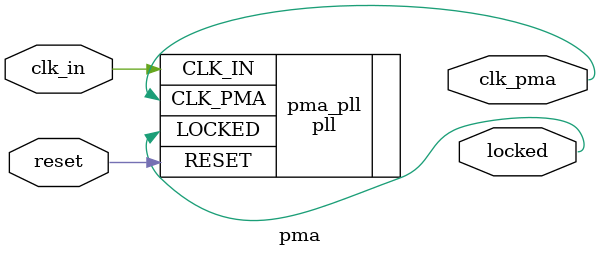
<source format=v>

module pma (
    input       clk_in,     // 100 MHz System Clock
    output      clk_pma,    // 125 MHz Ethernet Clock

    input       reset,      // Reset Signal
    output      locked      // PLL Locked
);

    pll pma_pll (
        .CLK_IN   (clk_in),
        .CLK_PMA  (clk_pma),
        .RESET    (reset),
        .LOCKED   (locked)
    );

endmodule

`include "../rtl/phy/pma/pll.v"

</source>
